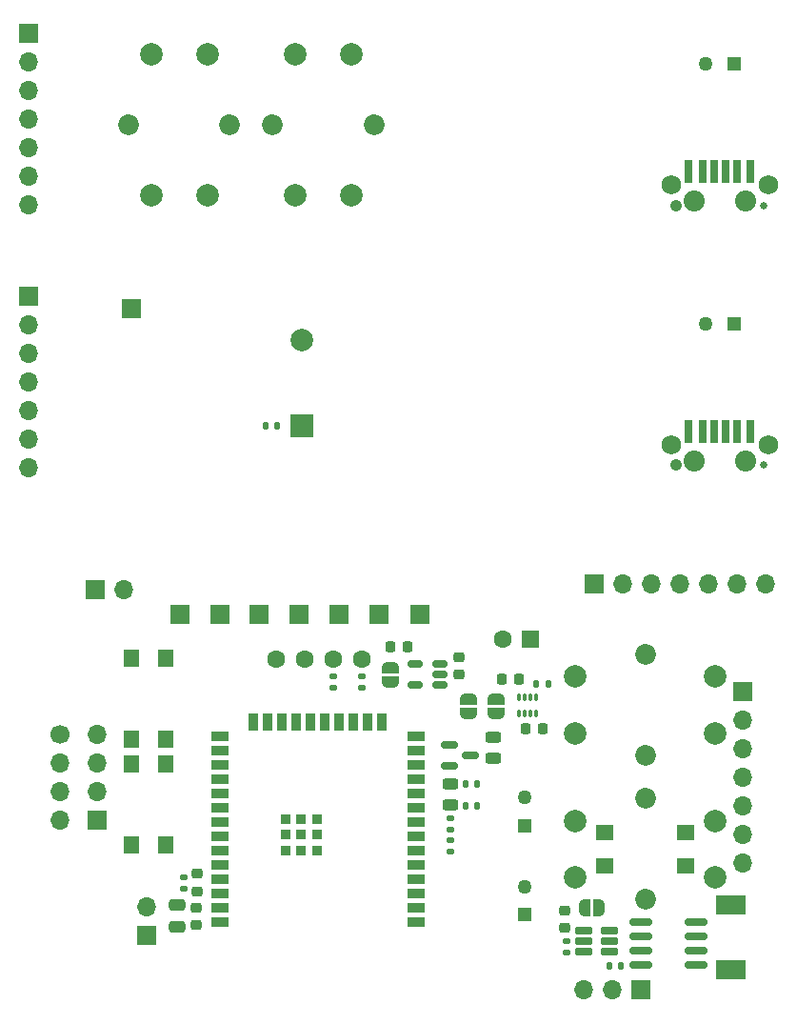
<source format=gbr>
%TF.GenerationSoftware,KiCad,Pcbnew,8.0.6*%
%TF.CreationDate,2024-11-11T19:10:45+01:00*%
%TF.ProjectId,panel,70616e65-6c2e-46b6-9963-61645f706362,rev?*%
%TF.SameCoordinates,Original*%
%TF.FileFunction,Soldermask,Bot*%
%TF.FilePolarity,Negative*%
%FSLAX46Y46*%
G04 Gerber Fmt 4.6, Leading zero omitted, Abs format (unit mm)*
G04 Created by KiCad (PCBNEW 8.0.6) date 2024-11-11 19:10:45*
%MOMM*%
%LPD*%
G01*
G04 APERTURE LIST*
G04 Aperture macros list*
%AMRoundRect*
0 Rectangle with rounded corners*
0 $1 Rounding radius*
0 $2 $3 $4 $5 $6 $7 $8 $9 X,Y pos of 4 corners*
0 Add a 4 corners polygon primitive as box body*
4,1,4,$2,$3,$4,$5,$6,$7,$8,$9,$2,$3,0*
0 Add four circle primitives for the rounded corners*
1,1,$1+$1,$2,$3*
1,1,$1+$1,$4,$5*
1,1,$1+$1,$6,$7*
1,1,$1+$1,$8,$9*
0 Add four rect primitives between the rounded corners*
20,1,$1+$1,$2,$3,$4,$5,0*
20,1,$1+$1,$4,$5,$6,$7,0*
20,1,$1+$1,$6,$7,$8,$9,0*
20,1,$1+$1,$8,$9,$2,$3,0*%
%AMFreePoly0*
4,1,19,0.500000,-0.750000,0.000000,-0.750000,0.000000,-0.744911,-0.071157,-0.744911,-0.207708,-0.704816,-0.327430,-0.627875,-0.420627,-0.520320,-0.479746,-0.390866,-0.500000,-0.250000,-0.500000,0.250000,-0.479746,0.390866,-0.420627,0.520320,-0.327430,0.627875,-0.207708,0.704816,-0.071157,0.744911,0.000000,0.744911,0.000000,0.750000,0.500000,0.750000,0.500000,-0.750000,0.500000,-0.750000,
$1*%
%AMFreePoly1*
4,1,19,0.000000,0.744911,0.071157,0.744911,0.207708,0.704816,0.327430,0.627875,0.420627,0.520320,0.479746,0.390866,0.500000,0.250000,0.500000,-0.250000,0.479746,-0.390866,0.420627,-0.520320,0.327430,-0.627875,0.207708,-0.704816,0.071157,-0.744911,0.000000,-0.744911,0.000000,-0.750000,-0.500000,-0.750000,-0.500000,0.750000,0.000000,0.750000,0.000000,0.744911,0.000000,0.744911,
$1*%
G04 Aperture macros list end*
%ADD10R,1.275000X1.275000*%
%ADD11C,1.275000*%
%ADD12C,0.650000*%
%ADD13C,1.070000*%
%ADD14R,0.700000X2.000000*%
%ADD15R,0.760000X2.000000*%
%ADD16R,0.800000X2.000000*%
%ADD17C,1.755000*%
%ADD18C,1.875000*%
%ADD19C,1.850000*%
%ADD20C,2.000000*%
%ADD21R,1.700000X1.700000*%
%ADD22O,1.700000X1.700000*%
%ADD23C,1.700000*%
%ADD24C,1.600000*%
%ADD25RoundRect,0.135000X-0.185000X0.135000X-0.185000X-0.135000X0.185000X-0.135000X0.185000X0.135000X0*%
%ADD26RoundRect,0.050000X0.100000X-0.285000X0.100000X0.285000X-0.100000X0.285000X-0.100000X-0.285000X0*%
%ADD27RoundRect,0.150000X-0.825000X-0.150000X0.825000X-0.150000X0.825000X0.150000X-0.825000X0.150000X0*%
%ADD28RoundRect,0.135000X-0.135000X-0.185000X0.135000X-0.185000X0.135000X0.185000X-0.135000X0.185000X0*%
%ADD29R,1.400000X1.600000*%
%ADD30RoundRect,0.135000X0.185000X-0.135000X0.185000X0.135000X-0.185000X0.135000X-0.185000X-0.135000X0*%
%ADD31RoundRect,0.225000X-0.225000X-0.250000X0.225000X-0.250000X0.225000X0.250000X-0.225000X0.250000X0*%
%ADD32RoundRect,0.225000X0.225000X0.250000X-0.225000X0.250000X-0.225000X-0.250000X0.225000X-0.250000X0*%
%ADD33RoundRect,0.102000X0.650000X0.235000X-0.650000X0.235000X-0.650000X-0.235000X0.650000X-0.235000X0*%
%ADD34R,1.600000X1.400000*%
%ADD35RoundRect,0.225000X-0.250000X0.225000X-0.250000X-0.225000X0.250000X-0.225000X0.250000X0.225000X0*%
%ADD36FreePoly0,270.000000*%
%ADD37FreePoly1,270.000000*%
%ADD38RoundRect,0.150000X-0.587500X-0.150000X0.587500X-0.150000X0.587500X0.150000X-0.587500X0.150000X0*%
%ADD39FreePoly0,0.000000*%
%ADD40FreePoly1,0.000000*%
%ADD41R,1.500000X0.900000*%
%ADD42R,0.900000X1.500000*%
%ADD43R,0.900000X0.900000*%
%ADD44RoundRect,0.150000X0.512500X0.150000X-0.512500X0.150000X-0.512500X-0.150000X0.512500X-0.150000X0*%
%ADD45FreePoly0,90.000000*%
%ADD46FreePoly1,90.000000*%
%ADD47RoundRect,0.243750X-0.456250X0.243750X-0.456250X-0.243750X0.456250X-0.243750X0.456250X0.243750X0*%
%ADD48R,1.600000X1.600000*%
%ADD49RoundRect,0.075500X-0.226500X0.806500X-0.226500X-0.806500X0.226500X-0.806500X0.226500X0.806500X0*%
%ADD50RoundRect,0.250000X-0.475000X0.250000X-0.475000X-0.250000X0.475000X-0.250000X0.475000X0.250000X0*%
%ADD51R,2.000000X2.000000*%
%ADD52RoundRect,0.135000X0.135000X0.185000X-0.135000X0.185000X-0.135000X-0.185000X0.135000X-0.185000X0*%
G04 APERTURE END LIST*
D10*
%TO.C,USB_BOARD1*%
X168355000Y-80685000D03*
D11*
X165855000Y-80685000D03*
%TD*%
D12*
%TO.C,J1*%
X170980000Y-93240000D03*
D13*
X163230000Y-93240000D03*
D14*
X167605000Y-90240000D03*
D15*
X165585000Y-90240000D03*
D16*
X164355000Y-90240000D03*
D14*
X166605000Y-90240000D03*
D15*
X168625000Y-90240000D03*
D16*
X169855000Y-90240000D03*
D17*
X171425000Y-91440000D03*
X162785000Y-91440000D03*
D18*
X169405000Y-92870000D03*
X164805000Y-92870000D03*
%TD*%
D19*
%TO.C,S4*%
X160480000Y-122862500D03*
X160480000Y-131862500D03*
D20*
X166730000Y-129862500D03*
X154230000Y-129862500D03*
X166730000Y-124862500D03*
X154230000Y-124862500D03*
%TD*%
D21*
%TO.C,J4*%
X111730000Y-124780000D03*
D22*
X111730000Y-122240000D03*
X111730000Y-119700000D03*
X111730000Y-117160000D03*
%TD*%
D19*
%TO.C,S3*%
X160480000Y-110057500D03*
X160480000Y-119057500D03*
D20*
X166730000Y-117057500D03*
X154230000Y-117057500D03*
X166730000Y-112057500D03*
X154230000Y-112057500D03*
%TD*%
D23*
%TO.C,J3*%
X108485000Y-117150000D03*
D22*
X108485000Y-119690000D03*
X108485000Y-122230000D03*
X108485000Y-124770000D03*
%TD*%
D24*
%TO.C,J2*%
X127680000Y-110450000D03*
X130220000Y-110450000D03*
X132760000Y-110450000D03*
X135300000Y-110450000D03*
%TD*%
D25*
%TO.C,R4*%
X153530000Y-135540000D03*
X153530000Y-136560000D03*
%TD*%
D26*
%TO.C,U4*%
X150785100Y-115340000D03*
X150285100Y-115340000D03*
X149785100Y-115340000D03*
X149285100Y-115340000D03*
X149285100Y-113860000D03*
X149785100Y-113860000D03*
X150285100Y-113860000D03*
X150785100Y-113860000D03*
%TD*%
D10*
%TO.C,U3*%
X149790000Y-133200000D03*
D11*
X149790000Y-130700000D03*
%TD*%
D25*
%TO.C,R7*%
X143130000Y-124640000D03*
X143130000Y-125660000D03*
%TD*%
D21*
%TO.C,J12*%
X119080000Y-106500000D03*
%TD*%
D27*
%TO.C,AO9926C1*%
X160080000Y-137670000D03*
X160080000Y-136400000D03*
X160080000Y-135130000D03*
X160080000Y-133860000D03*
X165030000Y-133860000D03*
X165030000Y-135130000D03*
X165030000Y-136400000D03*
X165030000Y-137670000D03*
%TD*%
D21*
%TO.C,J15*%
X116150000Y-135050000D03*
D22*
X116150000Y-132510000D03*
%TD*%
D21*
%TO.C,J10*%
X140430000Y-106550000D03*
%TD*%
%TO.C,J7*%
X136830000Y-106550000D03*
%TD*%
D28*
%TO.C,R6*%
X150820000Y-112700000D03*
X151840000Y-112700000D03*
%TD*%
D29*
%TO.C,EN1*%
X114810000Y-127030000D03*
X114810000Y-119830000D03*
X117810000Y-127030000D03*
X117810000Y-119830000D03*
%TD*%
D21*
%TO.C,J9*%
X126180000Y-106550000D03*
%TD*%
D30*
%TO.C,R11*%
X132780000Y-113060000D03*
X132780000Y-112040000D03*
%TD*%
D28*
%TO.C,R9*%
X144520000Y-123500000D03*
X145540000Y-123500000D03*
%TD*%
D21*
%TO.C,J13*%
X129730000Y-106500000D03*
%TD*%
D31*
%TO.C,C8*%
X137805000Y-109400000D03*
X139355000Y-109400000D03*
%TD*%
D32*
%TO.C,C6*%
X151360100Y-116700000D03*
X149810100Y-116700000D03*
%TD*%
D33*
%TO.C,U2*%
X157285000Y-134600000D03*
X157285000Y-135550000D03*
X157285000Y-136500000D03*
X154975000Y-136500000D03*
X154975000Y-135550000D03*
X154975000Y-134600000D03*
%TD*%
D21*
%TO.C,J8*%
X111605000Y-104350000D03*
D22*
X114145000Y-104350000D03*
%TD*%
D21*
%TO.C,J11*%
X122630000Y-106500000D03*
%TD*%
D25*
%TO.C,R1*%
X119430000Y-129850000D03*
X119430000Y-130870000D03*
%TD*%
D34*
%TO.C,BATT_P1*%
X156880000Y-125870000D03*
X164080000Y-125870000D03*
X156880000Y-128870000D03*
X164080000Y-128870000D03*
%TD*%
D35*
%TO.C,C4*%
X153330000Y-132825000D03*
X153330000Y-134375000D03*
%TD*%
D36*
%TO.C,JP3*%
X147235100Y-114050000D03*
D37*
X147235100Y-115350000D03*
%TD*%
D21*
%TO.C,J1*%
X160080000Y-139900000D03*
D22*
X157540000Y-139900000D03*
X155000000Y-139900000D03*
%TD*%
D35*
%TO.C,C3*%
X120630000Y-129560000D03*
X120630000Y-131110000D03*
%TD*%
D38*
%TO.C,Q2*%
X143092500Y-120012500D03*
X143092500Y-118112500D03*
X144967500Y-119062500D03*
%TD*%
D39*
%TO.C,JP1*%
X155080000Y-132600000D03*
D40*
X156380000Y-132600000D03*
%TD*%
D41*
%TO.C,U1*%
X122645000Y-133820000D03*
X122645000Y-132550000D03*
X122645000Y-131280000D03*
X122645000Y-130010000D03*
X122645000Y-128740000D03*
X122645000Y-127470000D03*
X122645000Y-126200000D03*
X122645000Y-124930000D03*
X122645000Y-123660000D03*
X122645000Y-122390000D03*
X122645000Y-121120000D03*
X122645000Y-119850000D03*
X122645000Y-118580000D03*
X122645000Y-117310000D03*
D42*
X125675000Y-116060000D03*
X126945000Y-116060000D03*
X128215000Y-116060000D03*
X129485000Y-116060000D03*
X130755000Y-116060000D03*
X132025000Y-116060000D03*
X133295000Y-116060000D03*
X134565000Y-116060000D03*
X135835000Y-116060000D03*
X137105000Y-116060000D03*
D41*
X140145000Y-117310000D03*
X140145000Y-118580000D03*
X140145000Y-119850000D03*
X140145000Y-121120000D03*
X140145000Y-122390000D03*
X140145000Y-123660000D03*
X140145000Y-124930000D03*
X140145000Y-126200000D03*
X140145000Y-127470000D03*
X140145000Y-128740000D03*
X140145000Y-130010000D03*
X140145000Y-131280000D03*
X140145000Y-132550000D03*
X140145000Y-133820000D03*
D43*
X128495000Y-124700000D03*
X128495000Y-124700000D03*
X128495000Y-126100000D03*
X128495000Y-127500000D03*
X128495000Y-127500000D03*
X129895000Y-124700000D03*
X129895000Y-124700000D03*
X129895000Y-126100000D03*
X129895000Y-127500000D03*
X131295000Y-124700000D03*
X131295000Y-126100000D03*
X131295000Y-127500000D03*
%TD*%
D36*
%TO.C,JP7*%
X137830000Y-111250000D03*
D37*
X137830000Y-112550000D03*
%TD*%
D44*
%TO.C,U7*%
X142270000Y-110890000D03*
X142270000Y-111840000D03*
X142270000Y-112790000D03*
X139995000Y-112790000D03*
X139995000Y-110890000D03*
%TD*%
D21*
%TO.C,J14*%
X133280000Y-106500000D03*
%TD*%
D35*
%TO.C,C9*%
X143930000Y-110325000D03*
X143930000Y-111875000D03*
%TD*%
D30*
%TO.C,R12*%
X135280000Y-113060000D03*
X135280000Y-112040000D03*
%TD*%
D45*
%TO.C,JP2*%
X144735100Y-115350000D03*
D46*
X144735100Y-114050000D03*
%TD*%
D28*
%TO.C,R5*%
X157310000Y-137750000D03*
X158330000Y-137750000D03*
%TD*%
D10*
%TO.C,USB_BOARD1*%
X149780000Y-125300000D03*
D11*
X149780000Y-122800000D03*
%TD*%
D25*
%TO.C,R10*%
X143130000Y-126540000D03*
X143130000Y-127560000D03*
%TD*%
D29*
%TO.C,BOOT1*%
X114810000Y-117610000D03*
X114810000Y-110410000D03*
X117810000Y-117610000D03*
X117810000Y-110410000D03*
%TD*%
D47*
%TO.C,D3*%
X143130000Y-121562500D03*
X143130000Y-123437500D03*
%TD*%
D21*
%TO.C,J6*%
X169180000Y-113360000D03*
D22*
X169180000Y-115900000D03*
X169180000Y-118440000D03*
X169180000Y-120980000D03*
X169180000Y-123520000D03*
X169180000Y-126060000D03*
X169180000Y-128600000D03*
%TD*%
D28*
%TO.C,R8*%
X144520000Y-121600000D03*
X145540000Y-121600000D03*
%TD*%
D47*
%TO.C,D4*%
X146930000Y-117462500D03*
X146930000Y-119337500D03*
%TD*%
D48*
%TO.C,C5*%
X150285100Y-108750000D03*
D24*
X147785100Y-108750000D03*
%TD*%
D35*
%TO.C,C2*%
X120580000Y-132550000D03*
X120580000Y-134100000D03*
%TD*%
D49*
%TO.C,Q1*%
X167105000Y-132320000D03*
X167755000Y-132320000D03*
X168405000Y-132320000D03*
X169055000Y-132320000D03*
X169055000Y-138080000D03*
X168405000Y-138080000D03*
X167755000Y-138080000D03*
X167105000Y-138080000D03*
%TD*%
D50*
%TO.C,C1*%
X118880000Y-132375000D03*
X118880000Y-134275000D03*
%TD*%
D32*
%TO.C,C7*%
X149260100Y-112300000D03*
X147710100Y-112300000D03*
%TD*%
D21*
%TO.C,J5*%
X155980000Y-103800000D03*
D22*
X158520000Y-103800000D03*
X161060000Y-103800000D03*
X163600000Y-103800000D03*
X166140000Y-103800000D03*
X168680000Y-103800000D03*
X171220000Y-103800000D03*
%TD*%
D51*
%TO.C,L1*%
X129920000Y-89740000D03*
D20*
X129920000Y-82140000D03*
%TD*%
D21*
%TO.C,J2*%
X114760000Y-79335000D03*
%TD*%
D52*
%TO.C,R4*%
X127780000Y-89735000D03*
X126760000Y-89735000D03*
%TD*%
D21*
%TO.C,J1*%
X105650000Y-78235000D03*
D22*
X105650000Y-80775000D03*
X105650000Y-83315000D03*
X105650000Y-85855000D03*
X105650000Y-88395000D03*
X105650000Y-90935000D03*
X105650000Y-93475000D03*
%TD*%
D19*
%TO.C,S1*%
X114555000Y-62978500D03*
X123555000Y-62978500D03*
D20*
X121555000Y-56728500D03*
X121555000Y-69228500D03*
X116555000Y-56728500D03*
X116555000Y-69228500D03*
%TD*%
D19*
%TO.C,S2*%
X127355000Y-62988500D03*
X136355000Y-62988500D03*
D20*
X134355000Y-56738500D03*
X134355000Y-69238500D03*
X129355000Y-56738500D03*
X129355000Y-69238500D03*
%TD*%
D21*
%TO.C,J1*%
X105670000Y-54885000D03*
D22*
X105670000Y-57425000D03*
X105670000Y-59965000D03*
X105670000Y-62505000D03*
X105670000Y-65045000D03*
X105670000Y-67585000D03*
X105670000Y-70125000D03*
%TD*%
D10*
%TO.C,USB_BOARD1*%
X168355000Y-57610000D03*
D11*
X165855000Y-57610000D03*
%TD*%
D12*
%TO.C,J1*%
X170980000Y-70165000D03*
D13*
X163230000Y-70165000D03*
D14*
X167605000Y-67165000D03*
D15*
X165585000Y-67165000D03*
D16*
X164355000Y-67165000D03*
D14*
X166605000Y-67165000D03*
D15*
X168625000Y-67165000D03*
D16*
X169855000Y-67165000D03*
D17*
X171425000Y-68365000D03*
X162785000Y-68365000D03*
D18*
X169405000Y-69795000D03*
X164805000Y-69795000D03*
%TD*%
M02*

</source>
